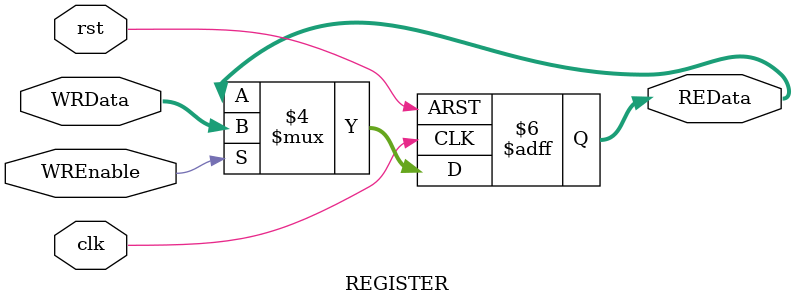
<source format=v>
module REGISTER #(parameter DataWidth =32) (
    input wire [DataWidth-1:0] WRData,
    input wire                 WREnable,
    input wire                 clk,
    input wire                 rst,
    output reg [DataWidth-1:0] REData
);
    
always @(posedge clk or negedge rst ) begin
    if (!rst) begin
        REData<='b0;
        
    end else begin
        if (WREnable==1'b1) begin
            REData<=WRData;
        end
        
    end
end

endmodule
</source>
